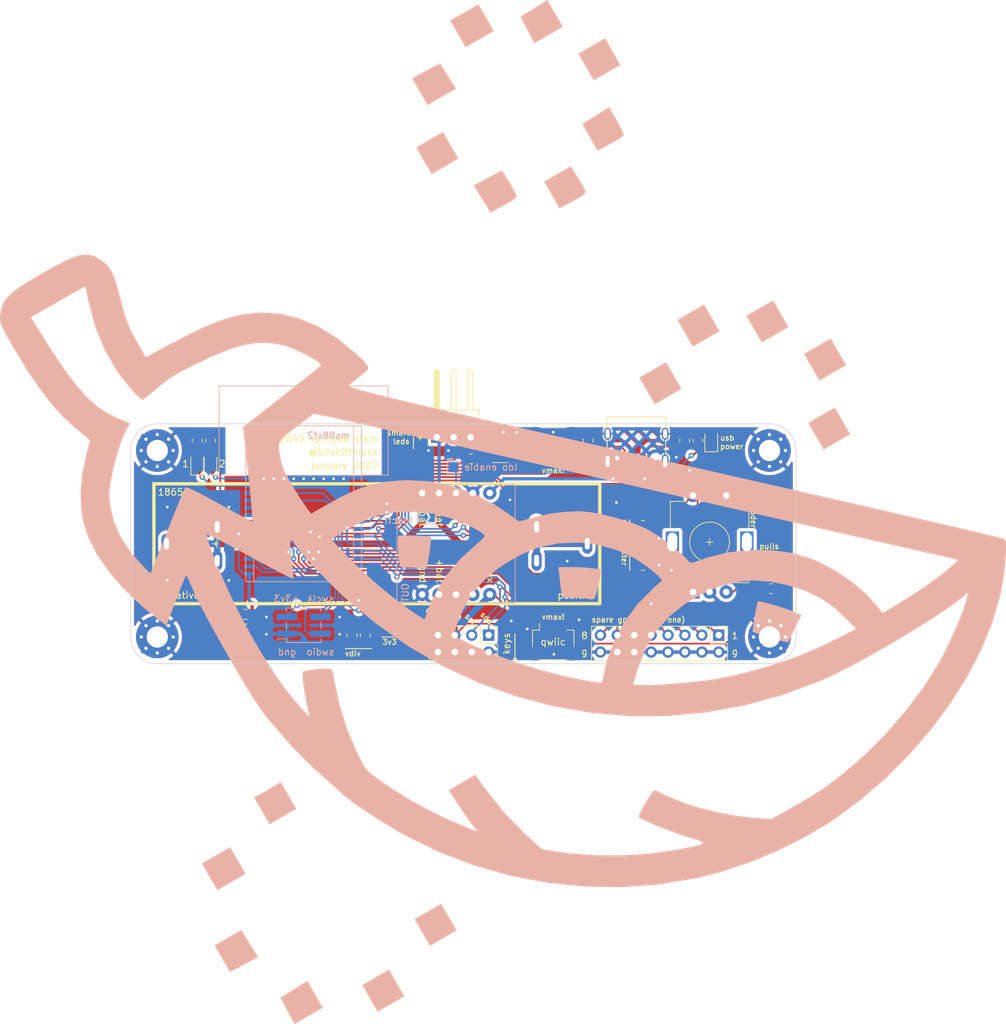
<source format=kicad_pcb>
(kicad_pcb (version 20211014) (generator pcbnew)
  (layers (0 "F.Cu" signal) (31 "B.Cu" signal) (34 "B.Paste" user) (35 "F.Paste" user) (36 "B.SilkS" user "B.Silkscreen") (37 "F.SilkS" user "F.Silkscreen") (38 "B.Mask" user) (39 "F.Mask" user) (44 "Edge.Cuts" user))
  (net 0 "")
  (net 1 "GND")
  (net 2 "/Vmax")
  (net 3 "/I2C-SDA")
  (net 4 "/I2C-SCL")
  (net 5 "/SWDIO")
  (net 6 "+3V3")
  (net 7 "/SWCLK")
  (net 8 "VBUS")
  (net 9 "Net-(J5-PadA5)")
  (net 10 "/Dp")
  (net 11 "/Dm")
  (net 13 "Net-(J5-PadB5)")
  (net 15 "/adc-vmax")
  (net 16 "-BATT")
  (net 17 "+BATT")
  (net 18 "/3v3_EN")
  (net 19 "/stat")
  (net 21 "Net-(Q1-Pad1)")
  (net 22 "/smartled-gnd")
  (net 23 "/smartled-power-sw")
  (net 24 "/smartled")
  (net 25 "/MISC8")
  (net 26 "/MISC1")
  (net 27 "/MISC2")
  (net 28 "/MISC3")
  (net 29 "/MISC4")
  (net 30 "/MISC5")
  (net 31 "/MISC6")
  (net 32 "/MISC7")
  (net 33 "/rot-b")
  (net 34 "/rot-a")
  (net 35 "/rot-switch")
  (net 36 "/led-1")
  (net 37 "Net-(D1-Pad2)")
  (net 38 "/led-2")
  (net 39 "Net-(D2-Pad2)")
  (net 40 "Net-(D3-Pad2)")
  (net 41 "/3v3_EN-ctl")
  (net 42 "Net-(R7-Pad2)")
  (net 43 "Net-(R8-Pad1)")
  (footprint "Connector_JST:JST_SH_SM04B-SRSS-TB_1x04-1MP_P1.00mm_Horizontal" (layer "F.Cu") (at 133.5 76.75)
    (fp_text reference "J1" hide)
    (fp_text value "Conn_01x04_MountingPin")
  )
  (footprint "Resistor_SMD:R_0805_2012Metric" (layer "F.Cu") (at 166.25 64.6)
    (fp_text reference "R9" hide)
    (fp_text value "10K")
  )
  (footprint "Capacitor_SMD:C_0805_2012Metric" (layer "F.Cu") (at 147 65.25)
    (fp_text reference "C6" hide)
    (fp_text value "10nF")
  )
  (footprint "Connector_JST:JST_SH_SM04B-SRSS-TB_1x04-1MP_P1.00mm_Horizontal" (layer "F.Cu") (at 133.5 47.25 180)
    (fp_text reference "J2" hide)
    (fp_text value "Conn_01x04_MountingPin")
  )
  (footprint "Resistor_SMD:R_0805_2012Metric" (layer "F.Cu") (at 121.1625 49.25)
    (fp_text reference "R5" hide)
    (fp_text value "Rg")
  )
  (footprint "LED_SMD:LED_0805_2012Metric" (layer "F.Cu") (at 80 50 90)
    (fp_text reference "D1" hide)
    (fp_text value "LED")
  )
  (footprint "Resistor_SMD:R_0805_2012Metric" (layer "F.Cu") (at 166.25 66.6 180)
    (fp_text reference "R7" hide)
    (fp_text value "10K")
  )
  (footprint "Resistor_SMD:R_0805_2012Metric" (layer "F.Cu") (at 155.25 46.5 -90)
    (fp_text reference "R12" hide)
    (fp_text value "2K")
  )
  (footprint "Capacitor_SMD:C_0805_2012Metric" (layer "F.Cu") (at 87.25 72.6 180)
    (fp_text reference "C3" hide)
    (fp_text value "100nF")
  )
  (footprint "Resistor_SMD:R_0805_2012Metric" (layer "F.Cu") (at 147 59.25 180)
    (fp_text reference "R13" hide)
    (fp_text value "10K")
  )
  (footprint "Connector_PinHeader_2.54mm:PinHeader_2x04_P2.54mm_Vertical" (layer "F.Cu") (at 123.8 75.725 -90)
    (fp_text reference "J4" hide)
    (fp_text value "Conn_02x04_Odd_Even")
  )
  (footprint "MountingHole:MountingHole_3.2mm_M3_Pad_Via" (layer "F.Cu") (at 166 48)
    (fp_text reference "H2" hide)
    (fp_text value "MountingHole_Pad")
  )
  (footprint "Package_TO_SOT_SMD:SOT-23" (layer "F.Cu") (at 125 48.25 180)
    (fp_text reference "Q1" hide)
    (fp_text value "AO3400A")
  )
  (footprint "Resistor_SMD:R_0805_2012Metric" (layer "F.Cu") (at 82 46.5 90)
    (fp_text reference "R11" hide)
    (fp_text value "2K")
  )
  (footprint "Capacitor_SMD:C_0805_2012Metric" (layer "F.Cu") (at 111 74 90)
    (fp_text reference "C2" hide)
    (fp_text value "10uF")
  )
  (footprint "Capacitor_SMD:C_0805_2012Metric" (layer "F.Cu") (at 87.25 74.8 180)
    (fp_text reference "C4" hide)
    (fp_text value "10uF")
  )
  (footprint "Resistor_SMD:R_0805_2012Metric" (layer "F.Cu") (at 128 48.25 -90)
    (fp_text reference "R6" hide)
    (fp_text value "10K")
  )
  (footprint "Capacitor_SMD:C_0805_2012Metric" (layer "F.Cu") (at 108.75 74 90)
    (fp_text reference "C1" hide)
    (fp_text value "100nF")
  )
  (footprint "Resistor_SMD:R_0805_2012Metric" (layer "F.Cu") (at 103.25 75.75 90)
    (fp_text reference "R2" hide)
    (fp_text value "30K")
  )
  (footprint "Capacitor_SMD:C_0805_2012Metric" (layer "F.Cu") (at 147 61.25)
    (fp_text reference "C5" hide)
    (fp_text value "10nF")
  )
  (footprint "MountingHole:MountingHole_3.2mm_M3_Pad_Via" (layer "F.Cu") (at 166 76)
    (fp_text reference "H4" hide)
    (fp_text value "MountingHole_Pad")
  )
  (footprint "import:USB4105" (layer "F.Cu") (at 146 42.875 180)
    (fp_text reference "J5" hide)
    (fp_text value "USB4105")
  )
  (footprint "Connector_PinHeader_2.54mm:PinHeader_1x03_P2.54mm_Horizontal" (layer "F.Cu") (at 116 46 90)
    (fp_text reference "J6" hide)
    (fp_text value "Conn_01x03")
  )
  (footprint "Resistor_SMD:R_0805_2012Metric" (layer "F.Cu") (at 138.75 46.5 90)
    (fp_text reference "R4" hide)
    (fp_text value "5.1K")
  )
  (footprint "MountingHole:MountingHole_3.2mm_M3_Pad_Via" (layer "F.Cu") (at 74 48)
    (fp_text reference "H1" hide)
    (fp_text value "MountingHole_Pad")
  )
  (footprint "Resistor_SMD:R_0805_2012Metric" (layer "F.Cu") (at 166.25 68.75)
    (fp_text reference "R8" hide)
    (fp_text value "10K")
  )
  (footprint "Resistor_SMD:R_0805_2012Metric" (layer "F.Cu") (at 147 63.25)
    (fp_text reference "R14" hide)
    (fp_text value "10K")
  )
  (footprint "Resistor_SMD:R_0805_2012Metric" (layer "F.Cu") (at 80 46.5 90)
    (fp_text reference "R10" hide)
    (fp_text value "2K")
  )
  (footprint "Connector_PinHeader_2.54mm:PinHeader_2x08_P2.54mm_Vertical" (layer "F.Cu") (at 158.375 75.725 -90)
    (fp_text reference "J7" hide)
    (fp_text value "Conn_02x08_Odd_Even")
  )
  (footprint "MountingHole:MountingHole_3.2mm_M3_Pad_Via" (layer "F.Cu") (at 74 76)
    (fp_text reference "H3" hide)
    (fp_text value "MountingHole_Pad")
  )
  (footprint "LED_SMD:LED_0805_2012Metric" (layer "F.Cu") (at 82 50 90)
    (fp_text reference "D2" hide)
    (fp_text value "LED")
  )
  (footprint "Rotary_Encoder:RotaryEncoder_Alps_EC11E-Switch_Vertical_H20mm" (layer "F.Cu") (at 154.5 69.25 90)
    (fp_text reference "SW1" hide)
    (fp_text value "RotaryEncoder_Switch")
  )
  (footprint "Resistor_SMD:R_0805_2012Metric" (layer "F.Cu") (at 105.25 75.75 -90)
    (fp_text reference "R1" hide)
    (fp_text value "20K")
  )
  (footprint "import:keystone-54" (layer "F.Cu") (at 83 62 -90)
    (fp_text reference "TP2" hide)
    (fp_text value "Battery Terminal")
  )
  (footprint "import:keystone-54" (layer "F.Cu") (at 131 62 90)
    (fp_text reference "TP1" hide)
    (fp_text value "Battery Terminal")
  )
  (footprint "LED_SMD:LED_0805_2012Metric" (layer "F.Cu") (at 157.25 46.5 90)
    (fp_text reference "D3" hide)
    (fp_text value "LED")
  )
  (footprint "Resistor_SMD:R_0805_2012Metric" (layer "F.Cu") (at 153.25 46.5 90)
    (fp_text reference "R3" hide)
    (fp_text value "5.1K")
  )
  (footprint "Jumper:SolderJumper-2_P1.3mm_Open_TrianglePad1.0x1.5mm" (layer "B.Cu") (at 114.5 58)
    (fp_text reference "JP1" hide)
    (fp_text value "Jumper_2_Open")
  )
  (footprint "TestPoint:TestPoint_Pad_1.5x1.5mm" (layer "B.Cu") (at 118.5 50.5 180)
    (fp_text reference "TP3" hide)
    (fp_text value "TestPoint")
  )
  (footprint "import:minew-MS88SF21" (layer "B.Cu") (at 96 44.3 180)
    (fp_text reference "U1" hide)
    (fp_text value "minew-ms88sf2")
  )
  (footprint "LOGO" (layer "B.Cu") (at 122.5 56.231768 -150)
    (fp_text reference "G***" hide)
    (fp_text value "LOGO" hide)
  )
  (footprint "Connector_PinHeader_2.54mm:PinHeader_2x02_P2.54mm_Vertical_SMD" (layer "B.Cu") (at 96 74.25)
    (fp_text reference "J3" hide)
    (fp_text value "Conn_02x02_Odd_Even")
  )
  (footprint "import:lipo-stamp" (layer "B.Cu") (at 110 62 -90)
    (fp_text reference "U2" hide)
    (fp_text value "lipo-stamp")
  )
  (gr_line (start 85.25 71.625) (end 85.25 75.875) (layer "F.SilkS") (width 0.15))
  (gr_line (start 145 58.4) (end 145 66) (layer "F.SilkS") (width 0.15))
  (gr_line (start 127.5 79.25) (end 128 79.25) (layer "F.SilkS") (width 0.15))
  (gr_line (start 164.6 63.4) (end 167.8 63.4) (layer "F.SilkS") (width 0.15))
  (gr_line (start 127.75 79.5) (end 127.5 79.25) (layer "F.SilkS") (width 0.15))
  (gr_rect (start 73.5 53) (end 140.5 71) (layer "F.SilkS") (width 0.5) (fill none))
  (gr_line (start 128 79.25) (end 127.75 79.5) (layer "F.SilkS") (width 0.15))
  (gr_line (start 107.75 76) (end 112 76) (layer "F.SilkS") (width 0.15))
  (gr_line (start 112.5 44.5) (end 112.5 47.75) (layer "F.SilkS") (width 0.15))
  (gr_line (start 102.25 77.75) (end 106.25 77.75) (layer "F.SilkS") (width 0.15))
  (gr_line (start 127.75 75.5) (end 127.75 79.5) (layer "F.SilkS") (width 0.15))
  (gr_line (start 70 48) (end 70 76) (layer "Edge.Cuts") (width 0.1))
  (gr_arc (start 166 44) (mid 168.828427 45.171573) (end 170 48) (layer "Edge.Cuts") (width 0.1))
  (gr_arc (start 70 48) (mid 71.171573 45.171573) (end 74 44) (layer "Edge.Cuts") (width 0.1))
  (gr_line (start 74 80) (end 166 80) (layer "Edge.Cuts") (width 0.1))
  (gr_arc (start 74 80) (mid 71.171573 78.828427) (end 70 76) (layer "Edge.Cuts") (width 0.1))
  (gr_line (start 166 44) (end 74 44) (layer "Edge.Cuts") (width 0.1))
  (gr_arc (start 170 76) (mid 168.828427 78.828427) (end 166 80) (layer "Edge.Cuts") (width 0.1))
  (gr_line (start 170 76) (end 170 48) (layer "Edge.Cuts") (width 0.1))
  (gr_text "gnd" (at 93.5 78.25) (layer "B.SilkS") (effects (font (size 1 1)) (justify mirror)))
  (gr_text "+3v3" (at 93.5 70.25) (layer "B.SilkS") (effects (font (size 1 1)) (justify mirror)))
  (gr_text "ldo enable" (at 120 50.5) (layer "B.SilkS") (effects (font (size 1 1)) (justify right mirror)))
  (gr_text "swclk" (at 98.5 70.25) (layer "B.SilkS") (effects (font (size 1 1)) (justify mirror)))
  (gr_text "ms88sf2" (at 103 45.75) (layer "B.SilkS") (effects (font (size 1 1)) (justify left mirror)))
  (gr_text "ldoctl" (at 110.25 58.5) (layer "B.SilkS") (effects (font (size 1 1)) (justify mirror)))
  (gr_text "swdio" (at 98.5 78.25) (layer "B.SilkS") (effects (font (size 1 1)) (justify mirror)))
  (gr_text "5v0" (at 124.08 55.75 270) (layer "F.SilkS") (effects (font (size 1 1)) (justify left)))
  (gr_text "1" (at 78.25 50) (layer "F.SilkS") (effects (font (size 1 1))))
  (gr_text "gnd" (at 113.92 68 270) (layer "F.SilkS") (effects (font (size 1 1)) (justify right)))
  (gr_text "qwiic" (at 133.5 76.75) (layer "F.SilkS") (effects (font (size 1 1))))
  (gr_text "vmax" (at 84.5 71.625 270) (layer "F.SilkS") (effects (font (size 0.8 0.8)) (justify left)))
  (gr_text "gnd" (at 121.54 55.75 270) (layer "F.SilkS") (effects (font (size 1 1)) (justify left)))
  (gr_text "january 2022" (at 107.25 50.25) (layer "F.SilkS") (effects (font (size 1 1)) (justify right)))
  (gr_text "ldo?" (at 119 55.75 270) (layer "F.SilkS") (effects (font (size 1 1)) (justify left)))
  (gr_text "nrf52840 splitpea stem" (at 107.25 46.25) (layer "F.SilkS") (effects (font (size 1 1)) (justify right)))
  (gr_text "3v3" (at 119.21 74 315) (layer "F.SilkS") (effects (font (size 0.8 0.8)) (justify right)))
  (gr_text "@bitshiftmask" (at 107.25 48.25) (layer "F.SilkS") (effects (font (size 1 1)) (justify right)))
  (gr_text "-" (at 123.75 46) (layer "F.SilkS") (effects (font (size 1 1))))
  (gr_text "usb\npower" (at 158.5 46.75) (layer "F.SilkS") (effects (font (size 0.8 0.8)) (justify left)))
  (gr_text "qwiic" (at 133.5 46.75) (layer "F.SilkS") (effects (font (size 1 1))))
  (gr_text "keys" (at 126.5 77 90) (layer "F.SilkS") (effects (font (size 1 1))))
  (gr_text "rotary filter" (at 144.2 58.2 270) (layer "F.SilkS") (effects (font (size 0.8 0.8)) (justify left)))
  (gr_text "vmax!" (at 133.5 73) (layer "F.SilkS") (effects (font (size 0.8 0.8))))
  (gr_text "vdiv" (at 102.125 78.5) (layer "F.SilkS") (effects (font (size 0.8 0.8)) (justify left)))
  (gr_text "positive" (at 140 69.75) (layer "F.SilkS") (effects (font (size 1 1)) (justify right)))
  (gr_text "+bat" (at 116.46 68 270) (layer "F.SilkS") (effects (font (size 1 1)) (justify right)))
  (gr_text "vmax!" (at 133.5 51) (layer "F.SilkS") (effects (font (size 0.8 0.8))))
  (gr_text "g" (at 138.2 78.2) (layer "F.SilkS") (effects (font (size 1 1))))
  (gr_text "spare gpios (take one)" (at 139.2 73.4) (layer "F.SilkS") (effects (font (size 0.8 0.8)) (justify left)))
  (gr_text "g" (at 160.8 78.2) (layer "F.SilkS") (effects (font (size 1 1))))
  (gr_text "3v3" (at 119 68 270) (layer "F.SilkS") (effects (font (size 1 1)) (justify right)))
  (gr_text "sda" (at 124.29 74 315) (layer "F.SilkS") (effects (font (size 0.8 0.8)) (justify right)))
  (gr_text "scl" (at 121.75 74 315) (layer "F.SilkS") (effects (font (size 0.8 0.8)) (justify right)))
  (gr_text "1" (at 160.8 75.8) (layer "F.SilkS") (effects (font (size 1 1))))
  (gr_text "+" (at 113.5 46) (layer "F.SilkS") (effects (font (size 1 1))))
  (gr_text "stat" (at 121.54 68 270) (layer "F.SilkS") (effects (font (size 1 1)) (justify right)))
  (gr_text "smart\nleds" (at 112 46) (layer "F.SilkS") (effects (font (size 0.8 0.8)) (justify right)))
  (gr_text "encoder" (at 163.6 54.8 270) (layer "F.SilkS") (effects (font (size 0.8 0.8)) (justify left)))
  (gr_text "8" (at 138.2 75.8) (layer "F.SilkS") (effects (font (size 1 1))))
  (gr_text "pulls" (at 164.4 62.4) (layer "F.SilkS") (effects (font (size 0.8 0.8)) (justify left)))
  (gr_text "vmax" (at 124.08 68 270) (layer "F.SilkS") (effects (font (size 1 1)) (justify right)))
  (gr_text "3v3" (at 107.75 76.75) (layer "F.SilkS") (effects (font (size 0.8 0.8)) (justify left)))
  (gr_text "18650" (at 74 54.25) (layer "F.SilkS") (effects (font (size 1 1)) (justify left)))
  (gr_text "negative" (at 74 69.75) (layer "F.SilkS") (effects (font (size 1 1)) (justify left)))
  (gr_text "-bat" (at 113.92 55.75 270) (layer "F.SilkS") (effects (font (size 1 1)) (justify left)))
  (gr_text "2" (at 83.75 50) (layer "F.SilkS") (effects (font (size 1 1))))
  (gr_text "vmax" (at 116.67 74 315) (layer "F.SilkS") (effects (font (size 0.8 0.8)) (justify right)))
  (gr_text "+bat" (at 116.46 55.75 270) (layer "F.SilkS") (effects (font (size 1 1)) (justify left)))
  (segment (start 149.775 49.655) (end 149.2 50.23) (width 0.25) (layer "F.Cu") (net 1))
  (segment (start 150.32 49.655) (end 149.775 49.655) (width 0.25) (layer "F.Cu") (net 1))
  (segment (start 142.225 49.655) (end 142.8 50.23) (width 0.25) (layer "F.Cu") (net 1))
  (segment (start 141.68 49.655) (end 142.225 49.655) (width 0.25) (layer "F.Cu") (net 1))
  (via (at 117.75 48) (size 0.8) (drill 0.4) (layers "F.Cu" "B.Cu") (net 1))
  (via (at 148.2 71) (size 0.8) (drill 0.4) (layers "F.Cu" "B.Cu") (net 1))
  (via (at 99 52.25) (size 0.8) (drill 0.4) (layers "F.Cu" "B.Cu") (net 1))
  (via (at 129.6 74.8) (size 0.8) (drill 0.4) (layers "F.Cu" "B.Cu") (net 1))
  (via (at 154 51) (size 0.8) (drill 0.4) (layers "F.Cu" "B.Cu") (net 1))
  (via (at 149.4 65.2) (size 0.8) (drill 0.4) (layers "F.Cu" "B.Cu") (net 1))
  (via (at 100.5 52.25) (size 0.8) (drill 0.4) (layers "F.Cu" "B.Cu") (net 1))
  (via (at 93 52.25) (size 0.8) (drill 0.4) (layers "F.Cu" "B.Cu") (net 1))
  (via (at 97.5 52.25) (size 0.8) (drill 0.4) (layers "F.Cu" "B.Cu") (net 1))
  (via (at 128 45.25) (size 0.8) (drill 0.4) (layers "F.Cu" "B.Cu") (net 1))
  (via (at 114.75 48) (size 0.8) (drill 0.4) (layers "F.Cu" "B.Cu") (net 1))
  (via (at 84.75 67.5) (size 0.8) (drill 0.4) (layers "F.Cu" "B.Cu") (net 1))
  (via (at 75.5 67.5) (size 0.8) (drill 0.4) (layers "F.Cu" "B.Cu") (net 1))
  (via (at 127.2 73.6) (size 0.8) (drill 0.4) (layers "F.Cu" "B.Cu") (net 1))
  (via (at 152 49) (size 0.8) (drill 0.4) (layers "F.Cu" "B.Cu") (net 1))
  (via (at 143 55.8) (size 0.8) (drill 0.4) (layers "F.Cu" "B.Cu") (net 1))
  (via (at 75.5 56.5) (size 0.8) (drill 0.4) (layers "F.Cu" "B.Cu") (net 1))
  (via (at 90 52.25) (size 0.8) (drill 0.4) (layers "F.Cu" "B.Cu") (net 1))
  (via (at 102 52.25) (size 0.8) (drill 0.4) (layers "F.Cu" "B.Cu") (net 1))
  (via (at 127 55.4) (size 0.8) (drill 0.4) (layers "F.Cu" "B.Cu") (net 1))
  (via (at 135.6 64.6) (size 0.8) (drill 0.4) (layers "F.Cu" "B.Cu") (net 1))
  (via (at 90.4 73) (size 0.8) (drill 0.4) (layers "F.Cu" "B.Cu") (net 1))
  (via (at 126 45.25) (size 0.8) (drill 0.4) (layers "F.Cu" "B.Cu") (net 1))
  (via (at 133.6 78.6) (size 0.8) (drill 0.4) (layers "F.Cu" "B.Cu") (net 1))
  (via (at 149.4 61.2) (size 0.8) (drill 0.4) (layers "F.Cu" "B.Cu") (net 1))
  (via (at 84.75 56.5) (size 0.8) (drill 0.4) (layers "F.Cu" "B.Cu") (net 1))
  (via (at 96 52.25) (size 0.8) (drill 0.4) (layers "F.Cu" "B.Cu") (net 1))
  (via (at 94.5 52.25) (size 0.8) (drill 0.4) (layers "F.Cu" "B.Cu") (net 1))
  (via (at 101.4 75.6) (size 0.8) (drill 0.4) (layers "F.Cu" "B.Cu") (net 1))
  (via (at 137.4 73.4) (size 0.8) (drill 0.4) (layers "F.Cu" "B.Cu") (net 1))
  (via (at 91.5 52.25) (size 0.8) (drill 0.4) (layers "F.Cu" "B.Cu") (net 1))
  (via (at 90.4 75.6) (size 0.8) (drill 0.4) (layers "F.Cu" "B.Cu") (net 1))
  (via (at 101.4 73) (size 0.8) (drill 0.4) (layers "F.Cu" "B.Cu") (net 1))
  (via (at 133.5 45.25) (size 0.8) (drill 0.4) (layers "F.Cu" "B.Cu") (net 1))
  (segment (start 109.75 57.5) (end 109.75 53.957129) (width 0.25) (layer "F.Cu") (net 2))
  (segment (start 132.25 73) (end 128.5 73) (width 0.25) (layer "F.Cu") (net 2))
  (segment (start 82 45.5875) (end 80 45.5875) (width 0.25) (layer "F.Cu") (net 2))
  (segment (start 133.75 47.75) (end 134 48) (width 0.25) (layer "F.Cu") (net 2))
  (segment (start 86.25 59.5) (end 85.625 59.5) (width 0.25) (layer "F.Cu") (net 2))
  (segment (start 86.25 60.5) (end 86.25 59.5) (width 0.25) (layer "F.Cu") (net 2))
  (segment (start 133 74.75) (end 133 73.75) (width 0.25) (layer "F.Cu") (net 2))
  (segment (start 86.25 59.5) (end 87.19952 58.55048) (width 0.25) (layer "F.Cu") (net 2))
  (segment (start 90 78) (end 103.9125 78) (width 0.5) (layer "F.Cu") (net 2))
  (segment (start 133 73.75) (end 132.25 73) (width 0.25) (layer "F.Cu") (net 2))
  (segment (start 113.207129 50.5) (end 130.25 50.5) (width 0.25) (layer "F.Cu") (net 2))
  (segment (start 115.2425 76.6625) (end 116.18 75.725) (width 0.5) (layer "F.Cu") (net 2))
  (segment (start 87.19952 58.55048) (end 108.69952 58.55048) (width 0.25) (layer "F.Cu") (net 2))
  (segment (start 134 48) (end 134 49.25) (width 0.25) (layer "F.Cu") (net 2))
  (segment (start 83.474511 47.062011) (end 82 45.5875) (width 0.25) (layer "F.Cu") (net 2))
  (segment (start 124.594511 69.62) (end 123.97 69.62) (width 0.25) (layer "F.Cu") (net 2))
  (segment (start 131.5 47.75) (end 133.75 47.75) (width 0.25) (layer "F.Cu") (net 2))
  (segment (start 125 70.025489) (end 124.594511 69.62) (width 0.25) (layer "F.Cu") (net 2))
  (segment (start 88.25 71) (end 88.25 76.25) (width 0.5) (layer "F.Cu") (net 2))
  (segment (start 125.013182 70.025489) (end 125 70.025489) (width 0.25) (layer "F.Cu") (net 2))
  (segment (start 130.75 50) (end 130.75 48.5) (width 0.25) (layer "F.Cu") (net 2))
  (segment (start 125.987693 71) (end 125.013182 70.025489) (width 0.25) (layer "F.Cu") (net 2))
  (segment (start 130.75 48.5) (end 131.5 47.75) (width 0.25) (layer "F.Cu") (net 2))
  (segment (start 103.9125 78) (end 105.25 76.6625) (width 0.5) (layer "F.Cu") (net 2))
  (segment (start 88.25 76.25) (end 90 78) (width 0.5) (layer "F.Cu") (net 2))
  (segment (start 128.5 73) (end 126.5 71) (width 0.25) (layer "F.Cu") (net 2))
  (segment (start 109.75 53.957129) (end 113.207129 50.5) (width 0.25) (layer "F.Cu") (net 2))
  (segment (start 83.474511 57.349511) (end 83.474511 47.062011) (width 0.25) (layer "F.Cu") (net 2))
  (segment (start 105.25 76.6625) (end 115.2425 76.6625) (width 0.5) (layer "F.Cu") (net 2))
  (segment (start 130.25 50.5) (end 130.75 50) (width 0.25) (layer "F.Cu") (net 2))
  (segment (start 85.625 59.5) (end 83.474511 57.349511) (width 0.25) (layer "F.Cu") (net 2))
  (segment (start 108.69952 58.55048) (end 109.75 57.5) (width 0.25) (layer "F.Cu") (net 2))
  (segment (start 126.5 71) (end 125.987693 71) (width 0.25) (layer "F.Cu") (net 2))
  (via (at 86.25 60.5) (size 0.8) (drill 0.4) (layers "F.Cu" "B.Cu") (net 2))
  (via (at 88.25 71) (size 0.8) (drill 0.4) (layers "F.Cu" "B.Cu") (net 2))
  (segment (start 88.25 71) (end 87.8 70.55) (width 0.5) (layer "B.Cu") (net 2))
  (segment (start 86.25 60.5) (end 86.25 65.75) (width 0.25) (layer "B.Cu") (net 2))
  (segment (start 123.97 69.78) (end 120 73.75) (width 1) (layer "B.Cu") (net 2))
  (segment (start 123.97 69.62) (end 123.97 69.78) (width 1) (layer "B.Cu") (net 2))
  (segment (start 86.25 65.75) (end 87 66.5) (width 0.25) (layer "B.Cu") (net 2))
  (segment (start 116.18 74.57) (end 116.18 75.725) (width 1) (layer "B.Cu") (net 2))
  (segment (start 120 73.75) (end 117 73.75) (width 1) (layer "B.Cu") (net 2))
  (segment (start 87.8 70.55) (end 87.8 66.5) (width 0.5) (layer "B.Cu") (net 2))
  (segment (start 87 66.5) (end 87.8 66.5) (width 0.25) (layer "B.Cu") (net 2))
  (segment (start 117 73.75) (end 116.18 74.57) (width 1) (layer "B.Cu") (net 2))
  (segment (start 110.75 54.228565) (end 113.478565 51.5) (width 0.25) (layer "F.Cu") (net 3))
  (segment (start 107.25 59.75) (end 109 59.75) (width 0.25) (layer "F.Cu") (net 3))
  (segment (start 132.25 51.5) (end 133 50.75) (width 0.25) (layer "F.Cu") (net 3))
  (segment (start 132.5 72.5) (end 134 74) (width 0.25) (layer "F.Cu") (net 3))
  (segment (start 109 59.75) (end 110.75 58) (width 0.25) (layer "F.Cu") (net 3))
  (segment (start 128.75 72.5) (end 132.5 72.5) (width 0.25) (layer "F.Cu") (net 3))
  (segment (start 110.75 58) (end 110.75 54.228565) (width 0.25) (layer "F.Cu") (net 3))
  (segment (start 134 74) (end 134 74.75) (width 0.25) (layer "F.Cu") (net 3))
  (segment (start 113.478565 51.5) (end 132.25 51.5) (width 0.25) (layer "F.Cu") (net 3))
  (segment (start 133 50.75) (end 133 49.25) (width 0.25) (layer "F.Cu") (net 3))
  (segment (start 126.25 70) (end 128.75 72.5) (width 0.25) (layer "F.Cu") (net 3))
  (via (at 126.25 70) (size 0.8) (drill 0.4) (layers "F.Cu" "B.Cu") (net 3))
  (via (at 107.25 59.75) (size 0.8) (drill 0.4) (layers "F.Cu" "B.Cu") (net 3))
  (segment (start 106.6 60.9) (end 104.2 60.9) (width 0.25) (layer "B.Cu") (net 3))
  (segment (start 107.25 60.25) (end 106.6 60.9) (width 0.25) (layer "B.Cu") (net 3))
  (segment (start 126.25 68.25) (end 125 67) (width 0.25) (layer "B.Cu") (net 3))
  (segment (start 107.25 59.75) (end 107.25 60.25) (width 0.25) (layer "B.Cu") (net 3))
  (segment (start 125 67) (end 120.385718 67) (width 0.25) (layer "B.Cu") (net 3))
  (segment (start 111.55048 65.80048) (end 106.65 60.9) (width 0.25) (layer "B.Cu") (net 3))
  (segment (start 120.385718 67) (end 119.186197 65.80048) (width 0.25) (layer "B.Cu") (net 3))
  (segment (start 119.186197 65.80048) (end 111.55048 65.80048) (width 0.25) (layer "B.Cu") (net 3))
  (segment (start 126.25 70) (end 126.25 68.25) (width 0.25) (layer "B.Cu") (net 3))
  (segment (start 126.25 70) (end 126.25 71.5) (width 0.25) (layer "B.Cu") (net 3))
  (segment (start 123.8 73.95) (end 123.8 75.725) (width 0.25) (layer "B.Cu") (net 3))
  (segment (start 126.25 71.5) (end 123.8 73.95) (width 0.25) (layer "B.Cu") (net 3))
  (segment (start 106.65 60.9) (end 104.2 60.9) (width 0.25) (layer "B.Cu") (net 3))
  (segment (start 106.975386 59) (end 109 59) (width 0.25) (layer "F.Cu") (net 4))
  (segment (start 125.786913 68.512299) (end 129.274614 72) (width 0.25) (layer "F.Cu") (net 4))
  (segment (start 135 74.25) (end 135 74.75) (width 0.25) (layer "F.Cu") (net 4))
  (segment (start 109 59) (end 110.30048 57.69952) (width 0.25) (layer "F.Cu") (net 4))
  (segment (start 129.274614 72) (end 132.75 72) (width 0.25) (layer "F.Cu") (net 4))
  (segment (start 113.342847 51) (end 131.5 51) (width 0.25) (layer "F.Cu") (net 4))
  (segment (start 106.4 59.6) (end 106.525489 59.474511) (width 0.25) (layer "F.Cu") (net 4))
  (segment (start 132.75 72) (end 135 74.25) (width 0.25) (layer "F.Cu") (net 4))
  (segment (start 106.525489 59.474511) (end 106.525489 59.449897) (width 0.25) (layer "F.Cu") (net 4))
  (segment (start 132 50.5) (end 132 49.25) (width 0.25) (layer "F.Cu") (net 4))
  (segment (start 110.30048 54.042367) (end 113.342847 51) (width 0.25) (layer "F.Cu") (net 4))
  (segment (start 102.4745 59.6) (end 106.4 59.6) (width 0.25) (layer "F.Cu") (net 4))
  (segment (start 125.487701 68.512299) (end 125.786913 68.512299) (width 0.25) (layer "F.Cu") (net 4))
  (segment (start 106.525489 59.449897) (end 106.975386 59) (width 0.25) (layer "F.Cu") (net 4))
  (segment (start 131.5 51) (end 132 50.5) (width 0.25) (layer "F.Cu") (net 4))
  (segment (start 110.30048 57.69952) (end 110.30048 54.042367) (width 0.25) (layer "F.Cu") (net 4))
  (via (at 102.4745 59.6) (size 0.8) (drill 0.4) (layers "F.Cu" "B.Cu") (net 4))
  (via (at 125.487701 68.512299) (size 0.8) (drill 0.4) (layers "F.Cu" "B.Cu") (net 4))
  (segment (start 125.487701 68.512299) (end 125.5 68.524598) (width 0.25) (layer "B.Cu") (net 4))
  (segment (start 121.26 75.24) (end 121.26 75.725) (width 0.25) (layer "B.Cu") (net 4))
  (segment (start 125.487701 68.512299) (end 124.725402 67.75) (width 0.25) (layer "B.Cu") (net 4))
  (segment (start 125.5 68.524598) (end 125.5 71) (width 0.25) (layer "B.Cu") (net 4))
  (segment (start 102.4745 61.7245) (end 102.75 62) (width 0.25) (layer "B.Cu") (net 4))
  (segment (start 111.25 66.25) (end 107 62) (width 0.25) (layer "B.Cu") (net 4))
  (segment (start 119 66.25) (end 111.25 66.25) (width 0.25) (layer "B.Cu") (net 4))
  (segment (start 102.75 62) (end 104.2 62) (width 0.25) (layer "B.Cu") (net 4))
  (segment (start 124.725402 67.75) (end 120.5 67.75) (width 0.25) (layer "B.Cu") (net 4))
  (segment (start 102.4745 59.6) (end 102.4745 61.7245) (width 0.25) (layer "B.Cu") (net 4))
  (segment (start 107 62) (end 104.2 62) (width 0.25) (layer "B.Cu") (net 4))
  (segment (start 125.5 71) (end 121.26 75.24) (width 0.25) (layer "B.Cu") (net 4))
  (segment (start 120.5 67.75) (end 119 66.25) (width 0.25) (layer "B.Cu") (net 4))
  (segment (start 87.8 55.5) (end 99.25 55.5) (width 0.25) (layer "B.Cu") (net 5))
  (segment (start 96.25 72.25) (end 96.25 75) (width 0.25) (layer "B.Cu") (net 5))
  (segment (start 96.75 71.75) (end 96.25 72.25) (width 0.25) (layer "B.Cu") (net 5))
  (segment (start 100.75 70.119282) (end 99.119282 71.75) (width 0.25) (layer "B.Cu") (net 5))
  (segment (start 100.75 57) (end 100.75 70.119282) (width 0.25) (layer "B.Cu") (net 5))
  (segment (start 99.25 55.5) (end 100.75 57) (width 0.25) (layer "B.Cu") (net 5))
  (segment (start 96.25 75) (end 96.77 75.52) (width 0.25) (layer "B.Cu") (net 5))
  (segment (start 99.119282 71.75) (end 96.75 71.75) (width 0.25) (layer "B.Cu") (net 5))
  (segment (start 96.77 75.52) (end 98.525 75.52) (width 0.25) (layer "B.Cu") (net 5))
  (segment (start 117.75 74.755) (end 117.75 74.75) (width 0.5) (layer "F.Cu") (net 6))
  (segment (start 111 74.95) (end 108.75 74.95) (width 0.5) (layer "F.Cu") (net 6))
  (segment (start 103.75 71.25) (end 104.25 70.75) (width 0.25) (layer "F.Cu") (net 6))
  (segment (start 160.25 73.25) (end 162.5 71) (width 0.25) (layer "F.Cu") (net 6))
  (segment (start 120.445 74) (end 125.6 74) (width 0.25) (layer "F.Cu") (net 6))
  (segment (start 167.1625 69.8375) (end 167.1625 68.75) (width 0.25) (layer "F.Cu") (net 6))
  (segment (start 160.25 76.199022) (end 160.25 73.25) (width 0.25) (layer "F.Cu") (net 6))
  (segment (start 138 76.6) (end 138.4 77) (width 0.25) (layer "F.Cu") (net 6))
  (segment (start 162.5 71) (end 166 71) (width 0.25) (layer "F.Cu") (net 6))
  (segment (start 107 73.5) (end 104.25 70.75) (width 0.5) (layer "F.Cu") (net 6))
  (segment (start 118.89 69.62) (end 118.89 75.555) (width 0.5) (layer "F.Cu") (net 6))
  (segment (start 159.449022 77) (end 160.25 76.199022) (width 0.25) (layer "F.Cu") (net 6))
  (segment (start 125.6 74) (end 128.2 76.6) (width 0.25) (layer "F.Cu") (net 6))
  (segment (start 104.25 70.75) (end 104.25 70.5) (width 0.5) (layer "F.Cu") (net 6))
  (segment (start 113.05 74.95) (end 111 74.95) (width 0.5) (layer "F.Cu") (net 6))
  (segment (start 167.1625 68.75) (end 167.1625 64.6) (width 0.25) (layer "F.Cu") (net 6))
  (segment (start 95 71.25) (end 103.75 71.25) (width 0.25) (layer "F.Cu") (net 6))
  (segment (start 108.45 74.95) (end 107 73.5) (width 0.5) (layer "F.Cu") (net 6))
  (segment (start 118.72 75.725) (end 120.445 74) (width 0.25) (layer "F.Cu") (net 6))
  (segment (start 166 71) (end 167.1625 69.8375) (width 0.25) (layer "F.Cu") (net 6))
  (segment (start 117.75 74.75) (end 117 74) (width 0.5) (layer "F.Cu") (net 6))
  (segment (start 118.89 75.555) (end 118.72 75.725) (width 0.5) (layer "F.Cu") (net 6))
  (segment (start 117.75 74.755) (end 118.72 75.725) (width 0.5) (layer "F.Cu") (net 6))
  (segment (start 114 74) (end 113.05 74.95) (width 0.5) (layer "F.Cu") (net 6))
  (segment (start 108.75 74.95) (end 108.45 74.95) (width 0.5) (layer "F.Cu") (net 6))
  (segment (start 138.4 77) (end 159.449022 77) (width 0.25) (layer "F.Cu") (net 6))
  (segment (start 128.2 76.6) (end 138 76.6) (width 0.25) (layer "F.Cu") (net 6))
  (segment (start 117 74) (end 114 74) (width 0.5) (layer "F.Cu") (net 6))
  (via (at 104.25 70.5) (size 0.8) (drill 0.4) (layers "F.Cu" "B.Cu") (net 6))
  (via (at 95 71.25) (size 0.8) (drill 0.4) (layers "F.Cu" "B.Cu") (net 6))
  (segment (start 104.25 70.5) (end 104.25 66.45) (width 0.5) (layer "B.Cu") (net 6))
  (segment (start 104.25 66.45) (end 104.2 66.4) (width 0.5) (layer "B.Cu") (net 6))
  (segment (start 95 71.25) (end 93.475 72.775) (width 0.25) (layer "B.Cu") (net 6))
  (segment (start 93.475 72.775) (end 93.475 72.98) (width 0.25) (layer "B.Cu") (net 6))
  (segment (start 101.25 56.75) (end 101.25 70.255) (width 0.25) (layer "B.Cu") (net 7))
  (segment (start 101.25 70.255) (end 98.525 72.98) (width 0.25) (layer "B.Cu") (net 7))
  (segment (start 87.8 54.4) (end 98.9 54.4) (width 0.25) (layer "B.Cu") (net 7))
  (segment (start 98.9 54.4) (end 101.25 56.75) (width 0.25) (layer "B.Cu") (net 7))
  (segment (start 154.75 48.5) (end 154.5 48.75) (width 0.25) (layer "F.Cu") (net 8))
  (segment (start 143.6 50.23) (end 143.6 51.15) (width 0.25) (layer "F.Cu") (net 8))
  (segment (start 154.5 48.75) (end 154.25 48.75) (width 0.25) (layer "F.Cu") (net 8))
  (segment (start 155.25 47.4125) (end 155.25 48) (width 0.25) (layer "F.Cu") (net 8))
  (segment (start 155.25 48) (end 154.75 48.5) (width 0.25) (layer "F.Cu") (net 8))
  (segment (start 143.6 51.15) (end 142.5 52.25) (width 0.25) (layer "F.Cu") (net 8))
  (segment (start 148.4 50.23) (end 148.4 51.1) (width 0.25) (layer "F.Cu") (net 8))
  (segment (start 148.4 51.1) (end 147.25 52.25) (width 0.25) (layer "F.Cu") (net 8))
  (via (at 147.25 52.25) (size 0.8) (drill 0.4) (layers "F.Cu" "B.Cu") (net 8))
  (via (at 154.25 48.75) (size 0.8) (drill 0.4) (layers "F.Cu" "B.Cu") (net 8))
  (via (at 142.5 52.25) (size 0.8) (drill 0.4) (layers "F.Cu" "B.Cu") (net 8))
  (segment (start 154.25 48.75) (end 150.75 52.25) (width 0.25) (layer "B.Cu") (net 8))
  (segment (start 150.75 52.25) (end 147.25 52.25) (width 0.25) (layer "B.Cu") (net 8))
  (segment (start 123.97 54.38) (end 126.1 52.25) (width 0.5) (layer "B.Cu") (net 8))
  (segment (start 142.5 52.25) (end 147.25 52.25) (width 0.5) (layer "B.Cu") (net 8))
  (segment (start 126.1 52.25) (end 142.5 52.25) (width 0.5) (layer "B.Cu") (net 8))
  (segment (start 147.25 50.23) (end 147.25 48) (width 0.25) (layer "F.Cu") (net 9))
  (segment (start 147.25 48) (end 147.8375 47.4125) (width 0.25) (layer "F.Cu") (net 9))
  (segment (start 147.8375 47.4125) (end 153.25 47.4125) (width 0.25) (layer "F.Cu") (net 9))
  (segment (start 111.25 54.364283) (end 113.614283 52) (width 0.25) (layer "F.Cu") (net 10))
  (segment (start 126 53) (end 144 53) (width 0.25) (layer "F.Cu") (net 10))
  (segment (start 146.25 50.23) (end 146.25 49.25) (width 0.25) (layer "F.Cu") (net 10))
  (segment (start 145.25 51.75) (end 145.25 50.23) (width 0.25) (layer "F.Cu") (net 10))
  (segment (start 98.775989 60.175989) (end 99.074511 60.474511) (width 0.25) (layer "F.Cu") (net 10))
  (segment (start 97.074011 60.175989) (end 98.775989 60.175989) (width 0.25) (layer "F.Cu") (net 10))
  (segment (start 108.911206 60.474511) (end 111.25 58.135718) (width 0.25) (layer "F.Cu") (net 10))
  (segment (start 111.25 58.135718) (end 111.25 54.364283) (width 0.25) (layer "F.Cu") (net 10))
  (segment (start 99.074511 60.474511) (end 108.911206 60.474511) (width 0.25) (layer "F.Cu") (net 10))
  (segment (start 145.25 49.25) (end 145.5 49) (width 0.25) (layer "F.Cu") (net 10))
  (segment (start 125 52) (end 126 53) (width 0.25) (layer "F.Cu") (net 10))
  (segment (start 144 53) (end 145.25 51.75) (width 0.25) (layer "F.Cu") (net 10))
  (segment (start 145.5 49) (end 146 49) (width 0.25) (layer "F.Cu") (net 10))
  (segment (start 146 49) (end 146.25 49.25) (width 0.25) (layer "F.Cu") (net 10))
  (segment (start 145.25 49.25) (end 145.25 50.23) (width 0.25) (layer "F.Cu") (net 10))
  (segment (start 113.614283 52) (end 125 52) (width 0.25) (layer "F.Cu") (net 10))
  (segment (start 97 60.25) (end 97.074011 60.175989) (width 0.25) (layer "F.Cu") (net 10))
  (via (at 97 60.25) (size 0.8) (drill 0.4) (layers "F.Cu" "B.Cu") (net 10))
  (segment (start 97.625201 61.225201) (end 98.974511 62.574511) (width 0.25) (layer "B.Cu") (net 10))
  (segment (start 97.024614 65.75) (end 90.25 65.75) (width 0.25) (layer "B.Cu") (net 10))
  (segment (start 98.974511 62.574511) (end 98.974511 63.800103) (width 0.25) (layer "B.Cu") (net 10))
  (segment (start 97.625201 60.875201) (end 97.625201 61.225201) (width 0.25) (layer "B.Cu") (net 10))
  (segment (start 88.8 64.3) (end 87.8 64.3) (width 0.25) (layer "B.Cu") (net 10))
  (segment (start 90.25 65.75) (end 88.8 64.3) (width 0.25) (layer "B.Cu") (net 10))
  (segment (start 97 60.25) (end 97.625201 60.875201) (width 0.25) (layer "B.Cu") (net 10))
  (segment (start 98.974511 63.800103) (end 97.024614 65.75) (width 0.25) (layer "B.Cu") (net 10))
  (segment (start 109.200969 60.924031) (end 111.75 58.375) (width 0.25) (layer "F.Cu") (net 11))
  (segment (start 144.25 53.5) (end 146.5 51.25) (width 0.25) (layer "F.Cu") (net 11))
  (segment (start 124.864282 52.5) (end 125.864282 53.5) (width 0.25) (layer "F.Cu") (net 11))
  (segment (start 111.75 58.375) (end 111.75 54.5) (width 0.25) (layer "F.Cu") (net 11))
  (segment (start 146.75 50.23) (end 146.75 51) (width 0.25) (layer "F.Cu") (net 11))
  (segment (start 113.75 52.5) (end 124.864282 52.5) (width 0.25) (layer "F.Cu") (net 11))
  (segment (start 145.75 51) (end 145.75 50.23) (width 0.25) (layer "F.Cu") (net 11))
  (segment (start 98.423531 60.924031) (end 109.200969 60.924031) (width 0.25) (layer "F.Cu") (net 11))
  (segment (start 146.5 51.25) (end 146.75 51) (width 0.25) (layer "F.Cu") (net 11))
  (segment (start 146 51.25) (end 146.5 51.25) (width 0.25) (layer "F.Cu") (net 11))
  (segment (start 125.864282 53.5) (end 144.25 53.5) (width 0.25) (layer "F.Cu") (net 11))
  (segment (start 111.75 54.5) (end 113.75 52.5) (width 0.25) (layer "F.Cu") (net 11))
  (segment (start 98.4 60.9005) (end 98.423531 60.924031) (width 0.25) (layer "F.Cu") (net 11))
  (segment (start 145.75 51) (end 146 51.25) (width 0.25) (layer "F.Cu") (net 11))
  (via (at 98.4 60.9005) (size 0.8) (drill 0.4) (layers "F.Cu" "B.Cu") (net 11))
  (segment (start 99.5 62.0005) (end 99.5 64.5) (width 0.25) (layer "B.Cu") (net 11))
  (segment (start 98.4 60.9005) (end 99.5 62.0005) (width 0.25) (layer "B.Cu") (net 11))
  (segment (start 88.9 65.4) (end 87.8 65.4) (width 0.25) (layer "B.Cu") (net 11))
  (segment (start 97.75 66.25) (end 89.75 66.25) (width 0.25) (layer "B.Cu") (net 11))
  (segment (start 89.75 66.25) (end 88.9 65.4) (width 0.25) (layer "B.Cu") (net 11))
  (segment (start 99.5 64.5) (end 97.75 66.25) (width 0.25) (layer "B.Cu") (net 11))
  (segment (start 144.25 48) (end 144.25 50.23) (width 0.25) (layer "F.Cu") (net 13))
  (segment (start 138.75 47.4125) (end 143.6625 47.4125) (width 0.25) (layer "F.Cu") (net 13))
  (segment (start 143.6625 47.4125) (end 144.25 48) (width 0.25) (layer "F.Cu") (net 13))
  (segment (start 104.5 72) (end 104.25 72) (width 0.25) (layer "F.Cu") (net 15))
  (segment (start 105.25 74.8375) (end 105.25 72.75) (width 0.25) (layer "F.Cu") (net 15))
  (segment (start 105.25 72.75) (end 104.5 72) (width 0.25) (layer "F.Cu") (net 15))
  (segment (start 105.25 74.8375) (end 103.25 74.8375) (width 0.25) (layer "F.Cu") (net 15))
  (via (at 104.25 72) (size 0.8) (drill 0.4) (layers "F.Cu" "B.Cu") (net 15))
  (segment (start 101.75 56.75) (end 103.1 55.4) (width 0.25) (layer "B.Cu") (net 15))
  (segment (start 103.5 72) (end 101.75 70.25) (width 0.25) (layer "B.Cu") (net 15))
  (segment (start 103.1 55.4) (end 104.2 55.4) (width 0.25) (layer "B.Cu") (net 15))
  (segment (start 104.25 72) (end 103.5 72) (width 0.25) (layer "B.Cu") (net 15))
  (segment (start 101.75 70.25) (end 101.75 56.75) (width 0.25) (layer "B.Cu") (net 15))
  (segment (start 75.38 62) (end 110.75 62) (width 1) (layer "F.Cu") (net 16))
  (segment (start 113.81 58.94) (end 113.81 54.38) (width 1) (layer "F.Cu") (net 16))
  (segment (start 110.75 62) (end 113.81 58.94) (width 1) (layer "F.Cu") (net 16))
  (segment (start 83 64.54) (end 83 62) (width 1) (layer "B.Cu") (net 16))
  (segment (start 75.38 62) (end 83 62) (width 1) (layer "B.Cu") (net 16))
  (segment (start 83 62) (end 83 59.46) (width 1) (layer "B.Cu") (net 16))
  (segment (start 119.5 62) (end 116.35 58.85) (width 1) (layer "F.Cu") (net 17))
  (segment (start 131 59.46) (end 131 64.54) (width 1) (layer "F.Cu") (net 17))
  (segment (start 116.35 58.85) (end 116.35 54.38) (width 1) (layer "F.Cu") (net 17))
  (segment (start 138.62 62) (end 119.5 62) (width 1) (layer "F.Cu") (net 17))
  (segment (start 131 59.46) (end 131 62) (width 1) (layer "B.Cu") (net 17))
  (segment (start 116 46) (end 116.35 46.35) (width 0.5) (layer "B.Cu") (net 17))
  (segment (start 138.62 62) (end 131 62) (width 1) (layer "B.Cu") (net 17))
  (segment (start 116.35 46.35) (end 116.35 54.38) (width 0.5) (layer "B.Cu") (net 17))
  (segment (start 131 62) (end 131 64.54) (width 1) (layer "B.Cu") (net 17))
  (segment (start 118.89 54.38) (end 115.27 58) (width 0.25) (layer "B.Cu") (net 18))
  (segment (start 118.89 54.38) (end 118.89 50.89) (width 0.25) (layer "B.Cu") (net 18))
  (segment (start 118.89 50.89) (end 118.5 50.5) (width 0.25) (layer "B.Cu") (net 18))
  (segment (start 115.27 58) (end 115.225 58) (width 0.25) (layer "B.Cu") (net 18))
  (segment (start 111 66.75) (end 107.35 63.1) (width 0.25) (layer "B.Cu") (net 19))
  (segment (start 121.43 69.62) (end 121.43 69.43) (width 0.25) (layer "B.Cu") (net 19))
  (segment (start 107.35 63.1) (end 104.2 63.1) (width 0.25) (layer "B.Cu") (net 19))
  (segment (start 121.43 69.43) (end 118.75 66.75) (width 0.25) (layer "B.Cu") (net 19))
  (segment (start 118.75 66.75) (end 111 66.75) (width 0.25) (layer "B.Cu") (net 19))
  (segment (start 125.9375 49.2) (end 127.9625 49.2) (width 0.25) (layer "F.Cu") (net 21))
  (segment (start 122.125 49.2) (end 122.075 49.25) (width 0.25) (layer "F.Cu") (net 21))
  (segment (start 127.9625 49.2) (end 128 49.1625) (width 0.25) (layer "F.Cu") (net 21))
  (segment (start 125.9375 49.2) (end 122.125 49.2) (width 0.25) (layer "F.Cu") (net 21))
  (segment (start 123.33 48.25) (end 121.08 46) (width 0.5) (layer "F.Cu") (net 22))
  (segment (start 124.0625 48.25) (end 123.33 48.25) (width 0.5) (layer "F.Cu") (net 22))
  (segment (start 119.5 50) (end 120.25 49.25) (width 0.25) (layer "F.Cu") (net 23))
  (segment (start 113.071411 50) (end 119.5 50) (width 0.25) (layer "F.Cu") (net 23))
  (segment (start 109.25 53.821411) (end 113.071411 50) (width 0.25) (layer "F.Cu") (net 23))
  (segment (start 109.25 56.5) (end 109.25 53.821411) (width 0.25) (layer "F.Cu") (net 23))
  (segment (start 108.5 57.25) (end 109.25 56.5) (width 0.25) (layer "F.Cu") (net 23))
  (via (at 108.5 57.25) (size 0.8) (drill 0.4) (layers "F.Cu" "B.Cu") (net 23))
  (segment (start 104.2 59.8) (end 105.95 59.8) (width 0.25) (layer "B.Cu") (net 23))
  (segment (start 106.75 59) (end 108.5 57.25) (width 0.25) (layer "B.Cu") (net 23))
  (segment (start 105.95 59.8) (end 106.75 59) (width 0.25) (layer "B.Cu") (net 23))
  (segment (start 108.5 56) (end 108.5 55.75) (width 0.25) (layer "F.Cu") (net 24))
  (segment (start 119.25 48.75) (end 119.25 46.71) (width 0.25) (layer "F.Cu") (net 24))
  (segment (start 108.5 55.75) (end 108.75 55.5) (width 0.25) (layer "F.Cu") (net 24))
  (segment (start 108.75 55.5) (end 108.75 53.685693) (width 0.25) (layer "F.Cu") (net 24))
  (segment (start 112.935693 49.5) (end 118.5 49.5) (width 0.25) (layer "F.Cu") (net 24))
  (segment (start 108.75 53.685693) (end 112.935693 49.5) (width 0.25) (layer "F.Cu") (net 24))
  (segment (start 118.5 49.5) (end 119.25 48.75) (width 0.25) (layer "F.Cu") (net 24))
  (segment (start 119.25 46.71) (end 118.54 46) (width 0.25) (layer "F.Cu") (net 24))
  (via (at 108.5 56) (size 0.8) (drill 0.4) (layers "F.Cu" "B.Cu") (net 24))
  (segment (start 106.5 58) (end 108.5 56) (width 0.25) (layer "B.Cu") (net 24))
  (segment (start 105.8 58.7) (end 106.5 58) (width 0.25) (layer "B.Cu") (net 24))
  (segment (start 104.2 58.7) (end 105.8 58.7) (width 0.25) (layer "B.Cu") (net 24))
  (segment (start 142.5 73.82) (end 140.595 75.725) (width 0.25) (layer "F.Cu") (net 25))
  (segment (start 142.5 72.75) (end 142.5 73.82) (width 0.25) (layer "F.Cu") (net 25))
  (segment (start 128.75 70) (end 139.75 70) (width 0.25) (layer "F.Cu") (net 25))
  (segment (start 125.25 66.5) (end 128.75 70) (width 0.25) (layer "F.Cu") (net 25))
  (segment (start 110 67) (end 110.5 66.5) (width 0.25) (layer "F.Cu") (net 25))
  (segment (start 110.5 66.5) (end 125.25 66.5) (width 0.25) (layer "F.Cu") (net 25))
  (segment (start 139.75 70) (end 142.5 72.75) (width 0.25) (layer "F.Cu") (net 25))
  (via (at 110 67) (size 0.8) (drill 0.4) (layers "F.Cu" "B.Cu") (net 25))
  (segment (start 104.2 64.2) (end 107.45 64.2) (width 0.25) (layer "B.Cu") (net 25))
  (segment (start 110 66.75) (end 110 67) (width 0.25) (layer "B.Cu") (net 25))
  (segment (start 107.45 64.2) (end 107.75 64.5) (width 0.25) (layer "B.Cu") (net 25))
  (segment (start 107.75 64.5) (end 110 66.75) (width 0.25) (layer "B.Cu") (net 25))
  (segment (start 155 72.5) (end 158.225 75.725) (width 0.25) (layer "F.Cu") (net 26))
  (segment (start 130.5 66.5) (end 141.5 66.5) (width 0.25) (layer "F.Cu") (net 26))
  (segment (start 158.225 75.725) (end 158.375 75.725) (width 0.25) (layer "F.Cu") (net 26))
  (segment (start 98.25 63.25) (end 98.5 63) (width 0.25) (layer "F.Cu") (net 26))
  (segment (start 98.5 63) (end 127 63) (width 0.25) (layer "F.Cu") (net 26))
  (segment (start 127 63) (end 130.5 66.5) (width 0.25) (layer "F.Cu") (net 26))
  (segment (start 141.5 66.5) (end 147.5 72.5) (width 0.25) (layer "F.Cu") (net 26))
  (segment (start 147.5 72.5) (end 155 72.5) (width 0.25) (layer "F.Cu") (net 26))
  (via (at 98.25 63.25) (size 0.8) (drill 0.4) (layers "F.Cu" "B.Cu") (net 26))
  (segment (start 98.25 62.85) (end 92 56.6) (width 0.25) (layer "B.Cu") (net 26))
  (segment (start 92 56.6) (end 87.8 56.6) (width 0.25) (layer "B.Cu") (net 26))
  (segment (start 98.25 63.25) (end 98.25 62.85) (width 0.25) (layer "B.Cu") (net 26))
  (segment (start 97.5 64.25) (end 98.75 64.25) (width 0.25) (layer "F.Cu") (net 27))
  (segment (start 141.25 67) (end 147.25 73) (width 0.25) (layer "F.Cu") (net 27))
  (segment (start 155.725 75.725) (end 155.835 75.725) (width 0.25) (layer "F.Cu") (net 27))
  (segment (start 130.25 67) (end 141.25 67) (width 0.25) (layer "F.Cu") (net 27))
  (segment (start 126.75 63.5) (end 130.25 67) (width 0.25) (layer "F.Cu") (net 27))
  (segment (start 99.5 63.5) (end 126.75 63.5) (width 0.25) (layer "F.Cu") (net 27))
  (segment (start 98.75 64.25) (end 99.5 63.5) (width 0.25) (layer "F.Cu") (net 27))
  (segment (start 153 73) (end 155.725 75.725) (width 0.25) (layer "F.Cu") (net 27))
  (segment (start 147.25 73) (end 153 73) (width 0.25) (layer "F.Cu") (net 27))
  (via (at 97.5 64.25) (size 0.8) (drill 0.4) (layers "F.Cu" "B.Cu") (net 27))
  (segment (start 92.335718 57.7) (end 97.5 62.864282) (width 0.25) (layer "B.Cu") (net 27))
  (segment (start 97.5 62.864282) (end 97.5 64.25) (width 0.25) (layer "B.Cu") (net 27))
  (segment (start 87.8 57.7) (end 92.335718 57.7) (width 0.25) (layer "B.Cu") (net 27))
  (segment (start 130 67.5) (end 141 67.5) (width 0.25) (layer "F.Cu") (net 28))
  (segment (start 96.75 63.25) (end 96.75 64.75) (width 0.25) (layer "F.Cu") (net 28))
  (segment (start 99.75 64) (end 126.5 64) (width 0.25) (layer "F.Cu") (net 28))
  (segment (start 147.05048 73.55048) (end 151.12048 73.55048) (width 0.25) (layer "F.Cu") (net 28))
  (segment (start 151.12048 73.55048) (end 153.295 75.725) (width 0.25) (layer "F.Cu") (net 28))
  (segment (start 97 65) (end 98.75 65) (width 0.25) (layer "F.Cu") (net 28))
  (segment (start 98.75 65) (end 99.75 64) (width 0.25) (layer "F.Cu") (net 28))
  (segment (start 126.5 64) (end 130 67.5) (width 0.25) (layer "F.Cu") (net 28))
  (segment (start 141 67.5) (end 147.05048 73.55048) (width 0.25) (layer "F.Cu") (net 28))
  (segment (start 96.75 64.75) (end 97 65) (width 0.25) (layer "F.Cu") (net 28))
  (via (at 96.75 63.25) (size 0.8) (drill 0.4) (layers "F.Cu" "B.Cu") (net 28))
  (segment (start 96.75 62.75) (end 96.75 63.25) (width 0.25) (layer "B.Cu") (net 28))
  (segment (start 92.8 58.8) (end 96.75 62.75) (width 0.25) (layer "B.Cu") (net 28))
  (segment (start 87.8 58.8) (end 92.8 58.8) (width 0.25) (layer "B.Cu") (net 28))
  (segment (start 129.75 68) (end 140.75 68) (width 0.25) (layer "F.Cu") (net 29))
  (segment (start 96 64.25) (end 96 64.75) (width 0.25) (layer "F.Cu") (net 29))
  (segment (start 99 65.5) (end 100 64.5) (width 0.25) (layer "F.Cu") (net 29))
  (segment (start 149.03 74) (end 150.755 75.725) (width 0.25) (layer "F.Cu") (net 29))
  (segment (start 140.75 68) (end 146.75 74) (width 0.25) (layer "F.Cu") (net 29))
  (segment (start 100 64.5) (end 126.25 64.5) (width 0.25) (layer "F.Cu") (net 29))
  (segment (start 126.25 64.5) (end 129.75 68) (width 0.25) (layer "F.Cu") (net 29))
  (segment (start 146.75 74) (end 149.03 74) (width 0.25) (layer "F.Cu") (net 29))
  (segment (start 96 64.75) (end 96.75 65.5) (width 0.25) (layer "F.Cu") (net 29))
  (segment (start 96.75 65.5) (end 99 65.5) (width 0.25) (layer "F.Cu") (net 29))
  (via (at 96 64.25) (size 0.8) (drill 0.4) (layers "F.Cu" "B.Cu") (net 29))
  (segment (start 93.1 59.9) (end 96 62.8) (width 0.25) (layer "B.Cu") (net 29))
  (segment (start 96 62.8) (end 96 64.25) (width 0.25) (layer "B.Cu") (net 29))
  (segment (start 87.8 59.9) (end 93.1 59.9) (width 0.25) (layer "B.Cu") (net 29))
  (segment (start 95.25 64.75) (end 96.5 66) (width 0.25) (layer "F.Cu") (net 30))
  (segment (start 147.725 75.725) (end 148.215 75.725) (width 0.25) (layer "F.Cu") (net 30))
  (segment (start 99.25 66) (end 100.25 65) (width 0.25) (layer "F.Cu") (net 30))
  (segment (start 96.5 66) (end 99.25 66) (width 0.25) (layer "F.Cu") (net 30))
  (segment (start 95.25 63.25) (end 95.25 64.75) (width 0.25) (layer "F.Cu") (net 30))
  (segment (start 126 65) (end 129.5 68.5) (width 0.25) (layer "F.Cu") (net 30))
  (segment (start 140.5 68.5) (end 147.725 75.725) (width 0.25) (layer "F.Cu") (net 30))
  (segment (start 129.5 68.5) (end 140.5 68.5) (width 0.25) (layer "F.Cu") (net 30))
  (segment (start 100.25 65) (end 126 65) (width 0.25) (layer "F.Cu") (net 30))
  (via (at 95.25 63.25) (size 0.8) (drill 0.4) (layers "F.Cu" "B.Cu") (net 30))
  (segment (start 95.25 62.85) (end 95.25 63.25) (width 0.25) (layer "B.Cu") (net 30))
  (segment (start 93.4 61) (end 95.25 62.85) (width 0.25) (layer "B.Cu") (net 30))
  (segment (start 87.8 61) (end 93.4 61) (width 0.25) (layer "B.Cu") (net 30))
  (segment (start 94.5 64.25) (end 94.5 64.75) (width 0.25) (layer "F.Cu") (net 31))
  (segment (start 96.25 66.5) (end 99.5 66.5) (width 0.25) (layer "F.Cu") (net 31))
  (segment (start 100.5 65.5) (end 125.75 65.5) (width 0.25) (layer "F.Cu") (net 31))
  (segment (start 140.25 69) (end 145.675 74.425) (width 0.25) (layer "F.Cu") (net 31))
  (segment (start 99.5 66.5) (end 100.5 65.5) (width 0.25) (layer "F.Cu") (net 31))
  (segment (start 94.5 64.75) (end 96.25 66.5) (width 0.25) (layer "F.Cu") (net 31))
  (segment (start 145.675 74.425) (end 145.675 75.725) (width 0.25) (layer "F.Cu") (net 31))
  (segment (start 129.25 69) (end 140.25 69) (width 0.25) (layer "F.Cu") (net 31))
  (segment (start 125.75 65.5) (end 129.25 69) (width 0.25) (layer "F.Cu") (net 31))
  (via (at 94.5 64.25) (size 0.8) (drill 0.4) (layers "F.Cu" "B.Cu") (net 31))
  (segment (start 93.7 62.1) (end 94.5 62.9) (width 0.25) (layer "B.Cu") (net 31))
  (segment (start 94.5 62.9) (end 94.5 64.25) (width 0.25) (layer "B.Cu") (net 31))
  (segment (start 87.8 62.1) (end 93.7 62.1) (width 0.25) (layer "B.Cu") (net 31))
  (segment (start 99.75 67) (end 100.75 66) (width 0.25) (layer "F.Cu") (net 32))
  (segment (start 140 69.5) (end 143.135 72.635) (width 0.25) (layer "F.Cu") (net 32))
  (segment (start 129 69.5) (end 140 69.5) (width 0.25) (layer "F.Cu") (net 32))
  (segment (start 93.75 63.25) (end 93.75 64.75) (width 0.25) (layer "F.Cu") (net 32))
  (segment (start 100.75 66) (end 125.5 66) (width 0.25) (layer "F.Cu") (net 32))
  (segment (start 96 67) (end 99.75 67) (width 0.25) (layer "F.Cu") (net 32))
  (segment (start 125.5 66) (end 129 69.5) (width 0.25) (layer "F.Cu") (net 32))
  (segment (start 93.75 64.75) (end 96 67) (width 0.25) (layer "F.Cu") (net 32))
  (segment (start 143.135 72.635) (end 143.135 75.725) (width 0.25) (layer "F.Cu") (net 32))
  (via (at 93.75 63.25) (size 0.8) (drill 0.4) (layers "F.Cu" "B.Cu") (net 32))
  (segment (start 87.8 63.2) (end 93.7 63.2) (width 0.25) (layer "B.Cu") (net 32))
  (segment (start 93.7 63.2) (end 93.75 63.25) (width 0.25) (layer "B.Cu") (net 32))
  (segment (start 130 57.25) (end 136.75 57.25) (width 0.25) (layer "F.Cu") (net 33))
  (segment (start 120 60.75) (end 126.5 60.75) (width 0.25) (layer "F.Cu") (net 33))
  (segment (start 126.5 60.75) (end 130 57.25) (width 0.25) (layer "F.Cu") (net 33))
  (segment (start 146.0875 63.25) (end 146.0875 65.2125) (width 0.25) (layer "F.Cu") (net 33))
  (segment (start 136.75 57.25) (end 143.75 64.25) (width 0.25) (layer "F.Cu") (net 33))
  (segment (start 146.0875 65.2125) (end 146.05 65.25) (width 0.25) (layer "F.Cu") (net 33))
  (segment (start 143.75 64.25) (end 145.05 64.25) (width 0.25) (layer "F.Cu") (net 33))
  (segment (start 145.05 64.25) (end 146.05 65.25) (width 0.25) (layer "F.Cu") (net 33))
  (via (at 120 60.75) (size 0.8) (drill 0.4) (layers "F.Cu" "B.Cu") (net 33))
  (segment (start 105.65 57.6) (end 108 55.25) (width 0.25) (layer "B.Cu") (net 33))
  (segment (start 104.2 57.6) (end 105.65 57.6) (width 0.25) (layer "B.Cu") (net 33))
  (segment (start 108 55.25) (end 108.75 55.25) (width 0.25) (layer "B.Cu") (net 33))
  (segment (start 109.25 55.25) (end 110.75 56.75) (width 0.25) (layer "B.Cu") (net 33))
  (segment (start 108.75 55.25) (end 109.25 55.25) (width 0.25) (layer "B.Cu") (net 33))
  (segment (start 112 60.75) (end 120 60.75) (width 0.25) (layer "B.Cu") (net 33))
  (segment (start 110.75 59.5) (end 112 60.75) (width 0.25) (layer "B.Cu") (net 33))
  (segment (start 110.75 56.75) (end 110.75 59.5) (width 0.25) (layer "B.Cu") (net 33))
  (segment (start 120 59.5) (end 120.75 60.25) (width 0.25) (layer "F.Cu") (net 34))
  (segment (start 137 56.75) (end 140.5 60.25) (width 0.25) (layer "F.Cu") (net 34))
  (segment (start 120.75 60.25) (end 126.25 60.25) (width 0.25) (layer "F.Cu") (net 34))
  (segment (start 146.0875 61.2125) (end 146.05 61.25) (width 0.25) (layer "F.Cu") (net 34))
  (segment (start 146.0875 59.25) (end 146.0875 61.2125) (width 0.25) (layer "F.Cu") (net 34))
  (segment (start 140.5 60.25) (end 145.05 60.25) (width 0.25) (layer "F.Cu") (net 34))
  (segment (start 129.75 56.75) (end 137 56.75) (width 0.25) (layer "F.Cu") (net 34))
  (segment (start 126.25 60.25) (end 129.75 56.75) (width 0.25) (layer "F.Cu") (net 34))
  (segment (start 145.05 60.25) (end 146.05 61.25) (width 0.25) (layer "F.Cu") (net 34))
  (via (at 120 59.5) (size 0.8) (drill 0.4) (layers "F.Cu" "B.Cu") (net 34))
  (segment (start 111.25 56.5) (end 111.25 57.5) (width 0.25) (layer "B.Cu") (net 34))
  (segment (start 119.25 60.25) (end 120 59.5) (width 0.25) (layer "B.Cu") (net 34))
  (segment (start 104.2 56.5) (end 106 56.5) (width 0.25) (layer "B.Cu") (net 34))
  (segment (start 110.25 55.5) (end 111.25 56.5) (width 0.25) (layer "B.Cu") (net 34))
  (segment (start 111.25 57.5) (end 111.25 59.25) (width 0.25) (layer "B.Cu") (net 34))
  (segment (start 109.5 54.75) (end 110.25 55.5) (width 0.25) (layer "B.Cu") (net 34))
  (segment (start 113 60.25) (end 119.25 60.25) (width 0.25) (layer "B.Cu") (net 34))
  (segment (start 106 56.5) (end 106.5 56) (width 0.25) (layer "B.Cu") (net 34))
  (segment (start 112.25 60.25) (end 113 60.25) (width 0.25) (layer "B.Cu") (net 34))
  (segment (start 107.75 54.75) (end 108.5 54.75) (width 0.25) (layer "B.Cu") (net 34))
  (segment (start 106.5 56) (end 107.75 54.75) (width 0.25) (layer "B.Cu") (net 34))
  (segment (start 108.5 54.75) (end 109.5 54.75) (width 0.25) (layer "B.Cu") (net 34))
  (segment (start 111.25 59.25) (end 112 60) (width 0.25) (layer "B.Cu") (net 34))
  (segment (start 112 60) (end 112.25 60.25) (width 0.25) (layer "B.Cu") (net 34))
  (segment (start 120.75 58.75) (end 121.75 59.75) (width 0.25) (layer "F.Cu") (net 35))
  (segment (start 145 58.7) (end 145 58.2) (width 0.25) (layer "F.Cu") (net 35))
  (segment (start 155.2 64.2) (end 155.2 55.45) (width 0.25) (layer "F.Cu") (net 35))
  (segment (start 126 59.75) (end 129.5 56.25) (width 0.25) (layer "F.Cu") (net 35))
  (segment (start 121.75 59.75) (end 126 59.75) (width 0.25) (layer "F.Cu") (net 35))
  (segment (start 145.4 57.8) (end 151.45 57.8) (width 0.25) (layer "F.Cu") (net 35))
  (segment (start 155.2 55.45) (end 154.5 54.75) (width 0.25) (layer "F.Cu") (net 35))
  (segment (start 144.1 59.6) (end 145 58.7) (width 0.25) (layer "F.Cu") (net 35))
  (segment (start 165.3375 64.6) (end 164.58702 65.35048) (width 0.25) (layer "F.Cu") (net 35))
  (segment (start 118.75 59.25) (end 119.25 58.75) (width 0.25) (layer "F.Cu") (net 35))
  (segment (start 164.58702 65.35048) (end 156.35048 65.35048) (width 0.25) (layer "F.Cu") (net 35))
  (segment (start 129.5 56.25) (end 137.45 56.25) (width 0.25) (layer "F.Cu") (net 35))
  (segment (start 151.45 57.8) (end 154.5 54.75) (width 0.25) (layer "F.Cu") (net 35))
  (segment (start 140.8 59.6) (end 144.1 59.6) (width 0.25) (layer "F.Cu") (net 35))
  (segment (start 145 58.2) (end 145.4 57.8) (width 0.25) (layer "F.Cu") (net 35))
  (segment (start 156.35048 65.35048) (end 155.2 64.2) (width 0.25) (layer "F.Cu") (net 35))
  (segment (start 137.45 56.25) (end 140.8 59.6) (width 0.25) (layer "F.Cu") (net 35))
  (segment (start 119.25 58.75) (end 120.75 58.75) (width 0.25) (layer "F.Cu") (net 35))
  (via (at 118.75 59.25) (size 0.8) (drill 0.4) (layers "F.Cu" "B.Cu") (net 35))
  (segment (start 111.75 59) (end 112.25 59.5) (width 0.25) (layer "B.Cu") (net 35))
  (segment (start 111.75 56.25) (end 111.75 57) (width 0.25) (layer "B.Cu") (net 35))
  (segment (start 113.25 59.75) (end 118.25 59.75) (width 0.25) (layer "B.Cu") (net 35))
  (segment (start 104.45 54.3) (end 104.5 54.25) (width 0.25) (layer "B.Cu") (net 35))
  (segment (start 118.25 59.75) (end 118.75 59.25) (width 0.25) (layer "B.Cu") (net 35))
  (segment (start 110.25 54.75) (end 111.75 56.25) (width 0.25) (layer "B.Cu") (net 35))
  (segment (start 104.2 54.3) (end 104.45 54.3) (width 0.25) (layer "B.Cu") (net 35))
  (segment (start 112.25 59.5) (end 112.5 59.75) (width 0.25) (layer "B.Cu") (net 35))
  (segment (start 111.75 57) (end 111.75 59) (width 0.25) (layer "B.Cu") (net 35))
  (segment (start 112.5 59.75) (end 113.25 59.75) (width 0.25) (layer "B.Cu") (net 35))
  (segment (start 109.75 54.25) (end 110.25 54.75) (width 0.25) (layer "B.Cu") (net 35))
  (segment (start 104.5 54.25) (end 109.75 54.25) (width 0.25) (layer "B.Cu") (net 35))
  (segment (start 80 51.25) (end 80.75 52) (width 0.25) (layer "F.Cu") (net 36))
  (segment (start 80 50.9375) (end 80 51.25) (width 0.25) (layer "F.Cu") (net 36))
  (via (at 80.75 52) (size 0.8) (drill 0.4) (layers "F.Cu" "B.Cu") (net 36))
  (segment (start 80.75 52) (end 82.05 53.3) (width 0.25) (layer "B.Cu") (net 36))
  (segment (start 82.05 53.3) (end 87.8 53.3) (width 0.25) (layer "B.Cu") (net 36))
  (segment (start 80 47.4125) (end 80 49.0625) (width 0.25) (layer "F.Cu") (net 37))
  (segment (start 82 51.25) (end 82.75 52) (width 0.25) (layer "F.Cu") (net 38))
  (segment (start 82 50.9375) (end 82 51.25) (width 0.25) (layer "F.Cu") (net 38))
  (via (at 82.75 52) (size 0.8) (drill 0.4) (layers "F.Cu" "B.Cu") (net 38))
  (segment (start 82.75 52) (end 82.95 52.2) (width 0.25) (layer "B.Cu") (net 38))
  (segment (start 82.95 52.2) (end 87.8 52.2) (width 0.25) (layer "B.Cu") (net 38))
  (segment (start 82 47.4125) (end 82 49.0625) (width 0.25) (layer "F.Cu") (net 39))
  (segment (start 155.25 45.5875) (end 157.225 45.5875) (width 0.25) (layer "F.Cu") (net 40))
  (segment (start 157.225 45.5875) (end 157.25 45.5625) (width 0.25) (layer "F.Cu") (net 40))
  (segment (start 113.775 57.525) (end 113.775 58) (width 0.25) (layer "B.Cu") (net 41))
  (segment (start 104.2 53.2) (end 105.45 53.2) (width 0.25) (layer "B.Cu") (net 41))
  (segment (start 106 53.75) (end 110 53.75) (width 0.25) (layer "B.Cu") (net 41))
  (segment (start 110 53.75) (end 113.775 57.525) (width 0.25) (layer "B.Cu") (net 41))
  (segment (start 105.45 53.2) (end 106 53.75) (width 0.25) (layer "B.Cu") (net 41))
  (segment (start 147.9125 59.25) (end 152.65 59.25) (width 0.25) (layer "F.Cu") (net 42))
  (segment (start 152.65 59.25) (end 154.5 61.1) (width 0.25) (layer "F.Cu") (net 42))
  (segment (start 156.4 65.8) (end 154.5 67.7) (width 0.25) (layer "F.Cu") (net 42))
  (segment (start 154.5 61.1) (end 154.5 69.25) (width 0.25) (layer "F.Cu") (net 42))
  (segment (start 164.5375 65.8) (end 156.4 65.8) (width 0.25) (layer "F.Cu") (net 42))
  (segment (start 165.3375 66.6) (end 164.5375 65.8) (width 0.25) (layer "F.Cu") (net 42))
  (segment (start 154.5 67.7) (end 154.5 69.25) (width 0.25) (layer "F.Cu") (net 42))
  (segment (start 151.25 65.05) (end 151.25 66) (width 0.25) (layer "F.Cu") (net 43))
  (segment (start 165.3375 68.75) (end 161.05 68.75) (width 0.25) (layer "F.Cu") (net 43))
  (segment (start 149.45 63.25) (end 151.25 65.05) (width 0.25) (layer "F.Cu") (net 43))
  (segment (start 160.55 69.25) (end 159.5 69.25) (width 0.25) (layer "F.Cu") (net 43))
  (segment (start 147.9125 63.25) (end 149.45 63.25) (width 0.25) (layer "F.Cu") (net 43))
  (segment (start 161.05 68.75) (end 160.55 69.25) (width 0.25) (layer "F.Cu") (net 43))
  (via (at 151.25 66) (size 0.8) (drill 0.4) (layers "F.Cu" "B.Cu") (net 43))
  (segment (start 151.25 66) (end 157.5 66) (width 0.25) (layer "B.Cu") (net 43))
  (segment (start 157.5 66) (end 159.5 68) (width 0.25) (layer "B.Cu") (net 43))
  (segment (start 159.5 68) (end 159.5 69.25) (width 0.25) (layer "B.Cu") (net 43))
  (zone (net 0) (net_name "") (layers F&B.Cu) (connect_pads (clearance 0)) (min_thickness 0.254)
    (keepout (tracks not_allowed) (vias not_allowed) (pads not_allowed) (copperpour not_allowed) (footprints allowed))
    (fill (thermal_gap 0.508) (thermal_bridge_width 0.508))
    (polygon (pts (xy 107.75 51.75) (xy 84.25 51.75) (xy 84.25 44) (xy 107.75 44)))
  )
  (zone (net 1) (net_name "GND") (layers F&B.Cu) (connect_pads (clearance 0.508)) (min_thickness 0.254) (fill yes (thermal_gap 0.508) (thermal_bridge_width 0.508))
    (polygon (pts (xy 170 80) (xy 70 80) (xy 70 44) (xy 170 44)))
  )
  (zone (net 1) (net_name "GND") (layers F&B.Cu) (priority 3) (connect_pads (clearance 0.508)) (min_thickness 0.25) (fill yes (mode hatch) (thermal_gap 0.25) (thermal_bridge_width 0.25) (hatch_thickness 0.5) (hatch_gap 1) (hatch_orientation 45) (hatch_smoothing_level 3) (hatch_smoothing_value 0.1) (hatch_border_algorithm hatch_thickness) (hatch_min_hole_area 0.3))
    (polygon (pts (xy 151.5 51.5) (xy 140.5 51.5) (xy 140.5 44) (xy 151.5 44)))
  )
)
</source>
